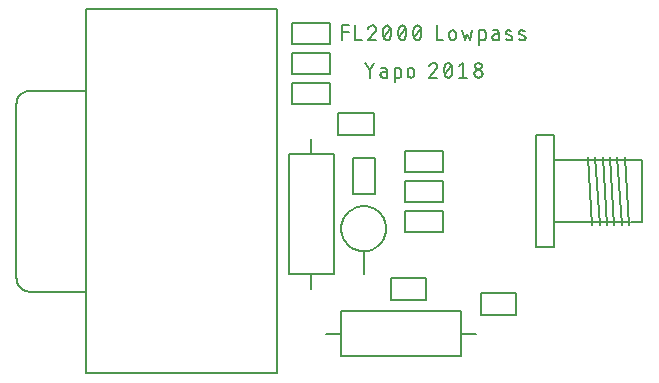
<source format=gto>
G04 EAGLE Gerber X2 export*
%TF.Part,Single*%
%TF.FileFunction,Legend,Top,1*%
%TF.FilePolarity,Positive*%
%TF.GenerationSoftware,Autodesk,EAGLE,9.0.0*%
%TF.CreationDate,2018-05-04T14:31:41Z*%
G75*
%MOIN*%
%FSLAX34Y34*%
%LPD*%
%AMOC8*
5,1,8,0,0,1.08239X$1,22.5*%
G01*
%ADD10C,0.007000*%
%ADD11C,0.005000*%


D10*
X8535Y11535D02*
X8535Y12025D01*
X8753Y12025D01*
X8753Y11807D02*
X8535Y11807D01*
X8972Y12025D02*
X8972Y11535D01*
X9190Y11535D01*
X9663Y11903D02*
X9661Y11924D01*
X9656Y11945D01*
X9647Y11965D01*
X9634Y11982D01*
X9619Y11997D01*
X9602Y12010D01*
X9582Y12019D01*
X9561Y12024D01*
X9540Y12026D01*
X9540Y12025D02*
X9518Y12023D01*
X9497Y12019D01*
X9476Y12011D01*
X9457Y12001D01*
X9439Y11988D01*
X9423Y11973D01*
X9410Y11956D01*
X9399Y11937D01*
X9391Y11916D01*
X9622Y11807D02*
X9636Y11823D01*
X9648Y11841D01*
X9656Y11861D01*
X9661Y11882D01*
X9663Y11903D01*
X9622Y11807D02*
X9391Y11535D01*
X9663Y11535D01*
X9894Y11780D02*
X9896Y11817D01*
X9901Y11853D01*
X9909Y11889D01*
X9920Y11923D01*
X9935Y11957D01*
X9943Y11973D01*
X9953Y11988D01*
X9965Y12001D01*
X9980Y12011D01*
X9996Y12019D01*
X10013Y12023D01*
X10031Y12025D01*
X10049Y12023D01*
X10066Y12019D01*
X10082Y12011D01*
X10097Y12001D01*
X10109Y11988D01*
X10119Y11973D01*
X10127Y11957D01*
X10126Y11957D02*
X10141Y11923D01*
X10152Y11889D01*
X10160Y11853D01*
X10165Y11817D01*
X10167Y11780D01*
X9894Y11780D02*
X9896Y11743D01*
X9901Y11707D01*
X9909Y11671D01*
X9920Y11637D01*
X9935Y11603D01*
X9943Y11587D01*
X9953Y11572D01*
X9965Y11559D01*
X9980Y11549D01*
X9996Y11541D01*
X10013Y11537D01*
X10031Y11535D01*
X10126Y11603D02*
X10141Y11637D01*
X10152Y11671D01*
X10160Y11707D01*
X10165Y11743D01*
X10167Y11780D01*
X10127Y11603D02*
X10119Y11587D01*
X10109Y11572D01*
X10097Y11559D01*
X10082Y11549D01*
X10066Y11541D01*
X10049Y11537D01*
X10031Y11535D01*
X9922Y11644D02*
X10140Y11916D01*
X10398Y11780D02*
X10400Y11817D01*
X10405Y11853D01*
X10413Y11889D01*
X10424Y11923D01*
X10439Y11957D01*
X10447Y11973D01*
X10457Y11988D01*
X10469Y12001D01*
X10484Y12011D01*
X10500Y12019D01*
X10517Y12023D01*
X10535Y12025D01*
X10553Y12023D01*
X10570Y12019D01*
X10586Y12011D01*
X10601Y12001D01*
X10613Y11988D01*
X10623Y11973D01*
X10631Y11957D01*
X10630Y11957D02*
X10645Y11923D01*
X10656Y11889D01*
X10664Y11853D01*
X10669Y11817D01*
X10671Y11780D01*
X10398Y11780D02*
X10400Y11743D01*
X10405Y11707D01*
X10413Y11671D01*
X10424Y11637D01*
X10439Y11603D01*
X10447Y11587D01*
X10457Y11572D01*
X10469Y11559D01*
X10484Y11549D01*
X10500Y11541D01*
X10517Y11537D01*
X10535Y11535D01*
X10630Y11603D02*
X10645Y11637D01*
X10656Y11671D01*
X10664Y11707D01*
X10669Y11743D01*
X10671Y11780D01*
X10631Y11603D02*
X10623Y11587D01*
X10613Y11572D01*
X10601Y11559D01*
X10586Y11549D01*
X10570Y11541D01*
X10553Y11537D01*
X10535Y11535D01*
X10426Y11644D02*
X10644Y11916D01*
X10902Y11780D02*
X10904Y11817D01*
X10909Y11853D01*
X10917Y11889D01*
X10928Y11923D01*
X10943Y11957D01*
X10951Y11973D01*
X10961Y11988D01*
X10973Y12001D01*
X10988Y12011D01*
X11004Y12019D01*
X11021Y12023D01*
X11039Y12025D01*
X11057Y12023D01*
X11074Y12019D01*
X11090Y12011D01*
X11105Y12001D01*
X11117Y11988D01*
X11127Y11973D01*
X11135Y11957D01*
X11134Y11957D02*
X11149Y11923D01*
X11160Y11889D01*
X11168Y11853D01*
X11173Y11817D01*
X11175Y11780D01*
X10902Y11780D02*
X10904Y11743D01*
X10909Y11707D01*
X10917Y11671D01*
X10928Y11637D01*
X10943Y11603D01*
X10951Y11587D01*
X10961Y11572D01*
X10973Y11559D01*
X10988Y11549D01*
X11004Y11541D01*
X11021Y11537D01*
X11039Y11535D01*
X11134Y11603D02*
X11149Y11637D01*
X11160Y11671D01*
X11168Y11707D01*
X11173Y11743D01*
X11175Y11780D01*
X11135Y11603D02*
X11127Y11587D01*
X11117Y11572D01*
X11105Y11559D01*
X11090Y11549D01*
X11074Y11541D01*
X11057Y11537D01*
X11039Y11535D01*
X10930Y11644D02*
X11148Y11916D01*
X11693Y12025D02*
X11693Y11535D01*
X11911Y11535D01*
X12106Y11644D02*
X12106Y11753D01*
X12108Y11773D01*
X12113Y11792D01*
X12122Y11810D01*
X12134Y11826D01*
X12149Y11840D01*
X12166Y11851D01*
X12185Y11858D01*
X12205Y11862D01*
X12225Y11862D01*
X12245Y11858D01*
X12264Y11851D01*
X12281Y11840D01*
X12296Y11826D01*
X12308Y11810D01*
X12317Y11792D01*
X12322Y11773D01*
X12324Y11753D01*
X12324Y11644D01*
X12322Y11624D01*
X12317Y11605D01*
X12308Y11587D01*
X12296Y11571D01*
X12281Y11557D01*
X12264Y11546D01*
X12245Y11539D01*
X12225Y11535D01*
X12205Y11535D01*
X12185Y11539D01*
X12166Y11546D01*
X12149Y11557D01*
X12134Y11571D01*
X12122Y11587D01*
X12113Y11605D01*
X12108Y11624D01*
X12106Y11644D01*
X12538Y11862D02*
X12620Y11535D01*
X12702Y11753D01*
X12783Y11535D01*
X12865Y11862D01*
X13100Y11862D02*
X13100Y11372D01*
X13100Y11862D02*
X13236Y11862D01*
X13252Y11860D01*
X13267Y11856D01*
X13282Y11848D01*
X13294Y11838D01*
X13304Y11826D01*
X13312Y11811D01*
X13316Y11796D01*
X13318Y11780D01*
X13318Y11617D01*
X13316Y11601D01*
X13312Y11586D01*
X13304Y11571D01*
X13294Y11559D01*
X13282Y11549D01*
X13267Y11541D01*
X13252Y11537D01*
X13236Y11535D01*
X13100Y11535D01*
X13626Y11726D02*
X13748Y11726D01*
X13626Y11725D02*
X13607Y11723D01*
X13590Y11718D01*
X13573Y11709D01*
X13559Y11697D01*
X13547Y11683D01*
X13538Y11666D01*
X13533Y11649D01*
X13531Y11630D01*
X13533Y11611D01*
X13538Y11594D01*
X13547Y11577D01*
X13559Y11563D01*
X13573Y11551D01*
X13590Y11542D01*
X13607Y11537D01*
X13626Y11535D01*
X13748Y11535D01*
X13748Y11780D01*
X13749Y11780D02*
X13747Y11796D01*
X13743Y11811D01*
X13735Y11826D01*
X13725Y11838D01*
X13713Y11848D01*
X13698Y11856D01*
X13683Y11860D01*
X13667Y11862D01*
X13558Y11862D01*
X14028Y11726D02*
X14164Y11671D01*
X14028Y11725D02*
X14013Y11733D01*
X14001Y11744D01*
X13992Y11757D01*
X13985Y11772D01*
X13983Y11789D01*
X13984Y11805D01*
X13989Y11821D01*
X13998Y11835D01*
X14009Y11846D01*
X14023Y11855D01*
X14039Y11860D01*
X14055Y11862D01*
X14087Y11860D01*
X14118Y11855D01*
X14148Y11846D01*
X14178Y11835D01*
X14164Y11672D02*
X14179Y11664D01*
X14191Y11653D01*
X14200Y11640D01*
X14207Y11625D01*
X14209Y11608D01*
X14208Y11592D01*
X14203Y11576D01*
X14194Y11562D01*
X14183Y11551D01*
X14169Y11542D01*
X14153Y11537D01*
X14137Y11535D01*
X14099Y11537D01*
X14061Y11542D01*
X14024Y11551D01*
X13988Y11562D01*
X14465Y11726D02*
X14601Y11671D01*
X14465Y11725D02*
X14450Y11733D01*
X14438Y11744D01*
X14429Y11757D01*
X14422Y11772D01*
X14420Y11789D01*
X14421Y11805D01*
X14426Y11821D01*
X14435Y11835D01*
X14446Y11846D01*
X14460Y11855D01*
X14476Y11860D01*
X14492Y11862D01*
X14524Y11860D01*
X14555Y11855D01*
X14585Y11846D01*
X14615Y11835D01*
X14601Y11672D02*
X14616Y11664D01*
X14628Y11653D01*
X14637Y11640D01*
X14644Y11625D01*
X14646Y11608D01*
X14645Y11592D01*
X14640Y11576D01*
X14631Y11562D01*
X14620Y11551D01*
X14606Y11542D01*
X14590Y11537D01*
X14574Y11535D01*
X14573Y11535D02*
X14535Y11537D01*
X14497Y11542D01*
X14460Y11551D01*
X14424Y11562D01*
X9448Y10544D02*
X9285Y10775D01*
X9448Y10544D02*
X9612Y10775D01*
X9448Y10544D02*
X9448Y10285D01*
X9902Y10476D02*
X10024Y10476D01*
X9902Y10475D02*
X9883Y10473D01*
X9866Y10468D01*
X9849Y10459D01*
X9835Y10447D01*
X9823Y10433D01*
X9814Y10416D01*
X9809Y10399D01*
X9807Y10380D01*
X9809Y10361D01*
X9814Y10344D01*
X9823Y10327D01*
X9835Y10313D01*
X9849Y10301D01*
X9866Y10292D01*
X9883Y10287D01*
X9902Y10285D01*
X10024Y10285D01*
X10024Y10530D01*
X10025Y10530D02*
X10023Y10546D01*
X10019Y10561D01*
X10011Y10576D01*
X10001Y10588D01*
X9989Y10598D01*
X9974Y10606D01*
X9959Y10610D01*
X9943Y10612D01*
X9834Y10612D01*
X10284Y10612D02*
X10284Y10122D01*
X10284Y10612D02*
X10420Y10612D01*
X10436Y10610D01*
X10451Y10606D01*
X10466Y10598D01*
X10478Y10588D01*
X10488Y10576D01*
X10496Y10561D01*
X10500Y10546D01*
X10502Y10530D01*
X10501Y10530D02*
X10501Y10367D01*
X10502Y10367D02*
X10500Y10351D01*
X10496Y10336D01*
X10488Y10321D01*
X10478Y10309D01*
X10466Y10299D01*
X10451Y10291D01*
X10436Y10287D01*
X10420Y10285D01*
X10284Y10285D01*
X10717Y10394D02*
X10717Y10503D01*
X10719Y10523D01*
X10724Y10542D01*
X10733Y10560D01*
X10745Y10576D01*
X10760Y10590D01*
X10777Y10601D01*
X10796Y10608D01*
X10816Y10612D01*
X10836Y10612D01*
X10856Y10608D01*
X10875Y10601D01*
X10892Y10590D01*
X10907Y10576D01*
X10919Y10560D01*
X10928Y10542D01*
X10933Y10523D01*
X10935Y10503D01*
X10935Y10394D01*
X10933Y10374D01*
X10928Y10355D01*
X10919Y10337D01*
X10907Y10321D01*
X10892Y10307D01*
X10875Y10296D01*
X10856Y10289D01*
X10836Y10285D01*
X10816Y10285D01*
X10796Y10289D01*
X10777Y10296D01*
X10760Y10307D01*
X10745Y10321D01*
X10733Y10337D01*
X10724Y10355D01*
X10719Y10374D01*
X10717Y10394D01*
X11579Y10776D02*
X11600Y10774D01*
X11621Y10769D01*
X11641Y10760D01*
X11658Y10747D01*
X11673Y10732D01*
X11686Y10715D01*
X11695Y10695D01*
X11700Y10674D01*
X11702Y10653D01*
X11579Y10775D02*
X11557Y10773D01*
X11536Y10769D01*
X11515Y10761D01*
X11496Y10751D01*
X11478Y10738D01*
X11462Y10723D01*
X11449Y10706D01*
X11438Y10687D01*
X11430Y10666D01*
X11661Y10557D02*
X11675Y10573D01*
X11687Y10591D01*
X11695Y10611D01*
X11700Y10632D01*
X11702Y10653D01*
X11660Y10557D02*
X11429Y10285D01*
X11701Y10285D01*
X11933Y10530D02*
X11935Y10567D01*
X11940Y10603D01*
X11948Y10639D01*
X11959Y10673D01*
X11974Y10707D01*
X11973Y10707D02*
X11981Y10723D01*
X11991Y10738D01*
X12003Y10751D01*
X12018Y10761D01*
X12034Y10769D01*
X12051Y10773D01*
X12069Y10775D01*
X12087Y10773D01*
X12104Y10769D01*
X12120Y10761D01*
X12135Y10751D01*
X12147Y10738D01*
X12157Y10723D01*
X12165Y10707D01*
X12164Y10707D02*
X12179Y10673D01*
X12190Y10639D01*
X12198Y10603D01*
X12203Y10567D01*
X12205Y10530D01*
X11933Y10530D02*
X11935Y10493D01*
X11940Y10457D01*
X11948Y10421D01*
X11959Y10387D01*
X11974Y10353D01*
X11973Y10353D02*
X11981Y10337D01*
X11991Y10322D01*
X12003Y10309D01*
X12018Y10299D01*
X12034Y10291D01*
X12051Y10287D01*
X12069Y10285D01*
X12164Y10353D02*
X12179Y10387D01*
X12190Y10421D01*
X12198Y10457D01*
X12203Y10493D01*
X12205Y10530D01*
X12165Y10353D02*
X12157Y10337D01*
X12147Y10322D01*
X12135Y10309D01*
X12120Y10299D01*
X12104Y10291D01*
X12087Y10287D01*
X12069Y10285D01*
X11960Y10394D02*
X12178Y10666D01*
X12437Y10666D02*
X12573Y10775D01*
X12573Y10285D01*
X12437Y10285D02*
X12709Y10285D01*
X12941Y10421D02*
X12943Y10443D01*
X12948Y10465D01*
X12957Y10486D01*
X12970Y10505D01*
X12985Y10521D01*
X13003Y10535D01*
X13022Y10546D01*
X13044Y10553D01*
X13066Y10557D01*
X13088Y10557D01*
X13110Y10553D01*
X13132Y10546D01*
X13151Y10535D01*
X13169Y10521D01*
X13184Y10505D01*
X13197Y10486D01*
X13206Y10465D01*
X13211Y10443D01*
X13213Y10421D01*
X13211Y10399D01*
X13206Y10377D01*
X13197Y10356D01*
X13184Y10337D01*
X13169Y10321D01*
X13151Y10307D01*
X13132Y10296D01*
X13110Y10289D01*
X13088Y10285D01*
X13066Y10285D01*
X13044Y10289D01*
X13022Y10296D01*
X13003Y10307D01*
X12985Y10321D01*
X12970Y10337D01*
X12957Y10356D01*
X12948Y10377D01*
X12943Y10399D01*
X12941Y10421D01*
X12968Y10666D02*
X12970Y10686D01*
X12975Y10705D01*
X12984Y10723D01*
X12996Y10739D01*
X13011Y10753D01*
X13028Y10764D01*
X13047Y10771D01*
X13067Y10775D01*
X13087Y10775D01*
X13107Y10771D01*
X13126Y10764D01*
X13143Y10753D01*
X13158Y10739D01*
X13170Y10723D01*
X13179Y10705D01*
X13184Y10686D01*
X13186Y10666D01*
X13184Y10646D01*
X13179Y10627D01*
X13170Y10609D01*
X13158Y10593D01*
X13143Y10579D01*
X13126Y10568D01*
X13107Y10561D01*
X13087Y10557D01*
X13067Y10557D01*
X13047Y10561D01*
X13028Y10568D01*
X13011Y10579D01*
X12996Y10593D01*
X12984Y10609D01*
X12975Y10627D01*
X12970Y10646D01*
X12968Y10666D01*
D11*
X9614Y6408D02*
X8886Y6408D01*
X9614Y6408D02*
X9614Y7592D01*
X8886Y7592D01*
X8886Y6408D01*
X10158Y3614D02*
X10158Y2886D01*
X11342Y2886D01*
X11342Y3614D01*
X10158Y3614D01*
X13158Y3114D02*
X13158Y2386D01*
X14342Y2386D01*
X14342Y3114D01*
X13158Y3114D01*
X8408Y8386D02*
X8408Y9114D01*
X8408Y8386D02*
X9592Y8386D01*
X9592Y9114D01*
X8408Y9114D01*
X8250Y7750D02*
X7500Y7750D01*
X6750Y7750D01*
X6750Y3750D01*
X7500Y3750D01*
X8250Y3750D01*
X8250Y7750D01*
X7500Y7750D02*
X7500Y8250D01*
X7500Y3750D02*
X7500Y3250D01*
X8500Y5250D02*
X8502Y5304D01*
X8508Y5358D01*
X8518Y5411D01*
X8531Y5464D01*
X8548Y5515D01*
X8569Y5565D01*
X8594Y5613D01*
X8622Y5660D01*
X8653Y5704D01*
X8687Y5746D01*
X8724Y5785D01*
X8764Y5822D01*
X8807Y5855D01*
X8852Y5886D01*
X8899Y5913D01*
X8947Y5936D01*
X8998Y5956D01*
X9049Y5973D01*
X9102Y5985D01*
X9155Y5994D01*
X9209Y5999D01*
X9264Y6000D01*
X9318Y5997D01*
X9371Y5990D01*
X9424Y5979D01*
X9477Y5965D01*
X9528Y5947D01*
X9577Y5925D01*
X9625Y5900D01*
X9671Y5871D01*
X9715Y5839D01*
X9756Y5804D01*
X9794Y5766D01*
X9830Y5725D01*
X9863Y5682D01*
X9893Y5637D01*
X9919Y5589D01*
X9942Y5540D01*
X9961Y5489D01*
X9976Y5438D01*
X9988Y5385D01*
X9996Y5331D01*
X10000Y5277D01*
X10000Y5223D01*
X9996Y5169D01*
X9988Y5115D01*
X9976Y5062D01*
X9961Y5011D01*
X9942Y4960D01*
X9919Y4911D01*
X9893Y4863D01*
X9863Y4818D01*
X9830Y4775D01*
X9794Y4734D01*
X9756Y4696D01*
X9715Y4661D01*
X9671Y4629D01*
X9625Y4600D01*
X9577Y4575D01*
X9528Y4553D01*
X9477Y4535D01*
X9424Y4521D01*
X9371Y4510D01*
X9318Y4503D01*
X9264Y4500D01*
X9209Y4501D01*
X9155Y4506D01*
X9102Y4515D01*
X9049Y4527D01*
X8998Y4544D01*
X8947Y4564D01*
X8899Y4587D01*
X8852Y4614D01*
X8807Y4645D01*
X8764Y4678D01*
X8724Y4715D01*
X8687Y4754D01*
X8653Y4796D01*
X8622Y4840D01*
X8594Y4887D01*
X8569Y4935D01*
X8548Y4985D01*
X8531Y5036D01*
X8518Y5089D01*
X8508Y5142D01*
X8502Y5196D01*
X8500Y5250D01*
X9250Y4500D02*
X9250Y3750D01*
X8500Y2500D02*
X8500Y1750D01*
X8500Y1000D01*
X12500Y1000D01*
X12500Y1750D01*
X12500Y2500D01*
X8500Y2500D01*
X8500Y1750D02*
X8000Y1750D01*
X12500Y1750D02*
X13000Y1750D01*
X11880Y5146D02*
X10620Y5146D01*
X10620Y5854D01*
X11880Y5854D01*
X11880Y5146D01*
X11880Y6146D02*
X10620Y6146D01*
X10620Y6854D01*
X11880Y6854D01*
X11880Y6146D01*
X11880Y7146D02*
X10620Y7146D01*
X10620Y7854D01*
X11880Y7854D01*
X11880Y7146D01*
X8130Y11396D02*
X6870Y11396D01*
X6870Y12104D01*
X8130Y12104D01*
X8130Y11396D01*
X8130Y11104D02*
X6870Y11104D01*
X8130Y11104D02*
X8130Y10396D01*
X6870Y10396D01*
X6870Y11104D01*
X6870Y9396D02*
X8130Y9396D01*
X6870Y9396D02*
X6870Y10104D01*
X8130Y10104D01*
X8130Y9396D01*
X0Y12565D02*
X0Y435D01*
X6378Y435D02*
X6378Y12565D01*
X0Y12565D01*
X0Y435D02*
X6378Y435D01*
X-8Y9846D02*
X-1872Y9846D01*
X-1872Y9847D02*
X-1914Y9845D01*
X-1955Y9839D01*
X-1995Y9830D01*
X-2035Y9817D01*
X-2073Y9800D01*
X-2109Y9779D01*
X-2144Y9756D01*
X-2176Y9729D01*
X-2205Y9700D01*
X-2232Y9668D01*
X-2255Y9633D01*
X-2276Y9597D01*
X-2293Y9559D01*
X-2306Y9519D01*
X-2315Y9479D01*
X-2321Y9438D01*
X-2323Y9396D01*
X-2323Y3604D01*
X-2321Y3562D01*
X-2315Y3521D01*
X-2306Y3481D01*
X-2293Y3441D01*
X-2276Y3403D01*
X-2255Y3367D01*
X-2232Y3332D01*
X-2205Y3300D01*
X-2176Y3271D01*
X-2144Y3244D01*
X-2109Y3221D01*
X-2073Y3200D01*
X-2035Y3183D01*
X-1995Y3170D01*
X-1955Y3161D01*
X-1914Y3155D01*
X-1872Y3153D01*
X-1872Y3154D02*
X-8Y3154D01*
X15000Y8370D02*
X15591Y8370D01*
X15591Y7533D01*
X15591Y5467D01*
X15591Y4630D01*
X15000Y4630D01*
X15000Y8370D01*
X15591Y7533D02*
X18543Y7533D01*
X18100Y5467D02*
X15591Y5467D01*
X18543Y5467D02*
X18543Y7533D01*
X18543Y5467D02*
X18150Y5467D01*
X16870Y5368D02*
X16722Y7632D01*
X16969Y7632D02*
X17116Y5368D01*
X17362Y5368D02*
X17215Y7632D01*
X17461Y7632D02*
X17608Y5368D01*
X17854Y5368D02*
X17707Y7632D01*
X17953Y7632D02*
X18100Y5368D01*
M02*

</source>
